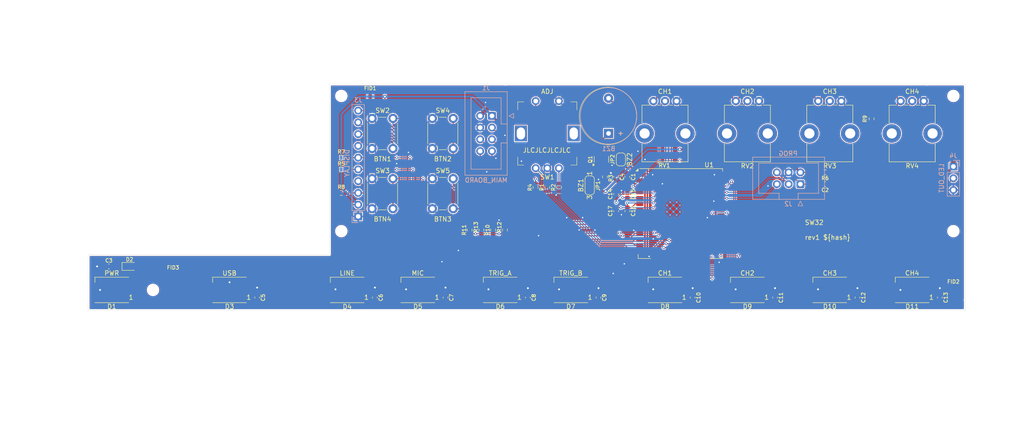
<source format=kicad_pcb>
(kicad_pcb (version 20240108) (generator "pcbnew") (generator_version "8.0")
  (title_block (title "SW32 - Front Control Board") (date "2024-06-07") (rev "1") (company "saawsm"))
  (layers (0 "F.Cu" signal) (31 "B.Cu" signal) (34 "B.Paste" user) (35 "F.Paste" user) (36 "B.SilkS" user "B.Silkscreen") (37 "F.SilkS" user "F.Silkscreen") (38 "B.Mask" user) (39 "F.Mask" user) (44 "Edge.Cuts" user))
  (net 0 "")
  (net 1 "Net-(BZ1--)")
  (net 2 "Net-(BZ1-+)")
  (net 3 "GND")
  (net 4 "+3.3V")
  (net 5 "/EN")
  (net 6 "Net-(D1-VDD)")
  (net 7 "+5V")
  (net 8 "/CH1")
  (net 9 "/CH2")
  (net 10 "/CH3")
  (net 11 "/CH4")
  (net 12 "/LED_DATA")
  (net 13 "Net-(D1-DOUT)")
  (net 14 "Net-(D3-DOUT)")
  (net 15 "Net-(D4-DOUT)")
  (net 16 "Net-(D5-DOUT)")
  (net 17 "Net-(D6-DOUT)")
  (net 18 "Net-(D7-DOUT)")
  (net 19 "Net-(D8-DOUT)")
  (net 20 "Net-(D10-DIN)")
  (net 21 "Net-(D10-DOUT)")
  (net 22 "/RXD0")
  (net 23 "/DOUT")
  (net 24 "/WS")
  (net 25 "/TXD0")
  (net 26 "/BCLK")
  (net 27 "/~{LCD_RST{slash}IO0}")
  (net 28 "/LCD_LITE")
  (net 29 "/SCK")
  (net 30 "/MOSI")
  (net 31 "/~{LCD_CS}")
  (net 32 "/LCD_DC")
  (net 33 "/~{CARD_CS}")
  (net 34 "/MISO")
  (net 35 "/BUZZER")
  (net 36 "/~{ENC_A}")
  (net 37 "/~{ENC_B}")
  (net 38 "/~{ENC_SW}")
  (net 39 "VPOT")
  (net 40 "/~{BTN1}")
  (net 41 "/~{BTN4}")
  (net 42 "/~{BTN2}")
  (net 43 "/~{BTN3}")
  (net 51 "Net-(D11-DOUT)")
  (footprint "Capacitor_SMD:C_0603_1608Metric" (layer "F.Cu") (at 62.865 120.65 180)
    (property "Reference" "C3")
    (property "Value" "100nF")
  )
  (footprint "Fiducial:Fiducial_1mm_Mask2mm" (layer "F.Cu") (at 76.708 122.682)
    (property "Reference" "FID3")
    (property "Value" "Fiducial")
  )
  (footprint "Capacitor_SMD:C_0603_1608Metric" (layer "F.Cu") (at 224.409 127.381 90)
    (property "Reference" "C12")
    (property "Value" "100nF")
  )
  (footprint "LED_SMD:LED_WS2812B_PLCC4_5.0x5.0mm_P3.2mm" (layer "F.Cu") (at 88.9 125.73 180)
    (property "Reference" "D3")
    (property "Value" "USB")
  )
  (footprint "Potentiometer_THT:Potentiometer_Bourns_PTV09A-1_Single_Vertical" (layer "F.Cu") (at 233.72 84.925 -90)
    (property "Reference" "RV4")
    (property "Value" "CH4")
  )
  (footprint "Resistor_SMD:R_0603_1608Metric" (layer "F.Cu") (at 148.336 112.776 90)
    (property "Reference" "R12")
    (property "Value" "10k")
  )
  (footprint "Capacitor_SMD:C_0603_1608Metric" (layer "F.Cu") (at 188.849 127.381 90)
    (property "Reference" "C10")
    (property "Value" "100nF")
  )
  (footprint "Resistor_SMD:R_0603_1608Metric" (layer "F.Cu") (at 227.457 88.773 90)
    (property "Reference" "R9")
    (property "Value" "1k")
  )
  (footprint "LED_SMD:LED_WS2812B_PLCC4_5.0x5.0mm_P3.2mm" (layer "F.Cu") (at 236.22 125.73 180)
    (property "Reference" "D11")
    (property "Value" "CH4")
  )
  (footprint "SaawLib:Rotary_Encoder_Switched_PEC11R" (layer "F.Cu") (at 157.48 91.925)
    (property "Reference" "SW1")
    (property "Value" "PEC11R-4215K-S00xx")
  )
  (footprint "MountingHole:MountingHole_2.2mm_M2" (layer "F.Cu") (at 245.11 113.03)
    (property "Reference" "H3")
    (property "Value" "MountingHole")
  )
  (footprint "MountingHole:MountingHole_2.2mm_M2" (layer "F.Cu") (at 113.03 83.82)
    (property "Reference" "H1")
    (property "Value" "MountingHole")
  )
  (footprint "Resistor_SMD:R_0603_1608Metric" (layer "F.Cu") (at 160.02 103.569 90)
    (property "Reference" "R2")
    (property "Value" "10k")
  )
  (footprint "MountingHole:MountingHole_2.2mm_M2" (layer "F.Cu") (at 245.11 83.82)
    (property "Reference" "H2")
    (property "Value" "MountingHole")
  )
  (footprint "Capacitor_SMD:C_0603_1608Metric" (layer "F.Cu") (at 172.339 105.042 90)
    (property "Reference" "C14")
    (property "Value" "100nF")
  )
  (footprint "Capacitor_SMD:C_0603_1608Metric" (layer "F.Cu") (at 174.752 105.029 90)
    (property "Reference" "C15")
    (property "Value" "100nF")
  )
  (footprint "Diode_SMD:D_SOD-323" (layer "F.Cu") (at 67.31 120.65)
    (property "Reference" "D2")
    (property "Value" "30V")
  )
  (footprint "Potentiometer_THT:Potentiometer_Bourns_PTV09A-1_Single_Vertical" (layer "F.Cu") (at 215.94 84.925 -90)
    (property "Reference" "RV3")
    (property "Value" "CH3")
  )
  (footprint "Capacitor_SMD:C_0603_1608Metric" (layer "F.Cu") (at 174.752 101.305 90)
    (property "Reference" "C1")
    (property "Value" "100nF")
  )
  (footprint "Resistor_SMD:R_0603_1608Metric" (layer "F.Cu") (at 154.94 103.569 90)
    (property "Reference" "R4")
    (property "Value" "10k")
  )
  (footprint "LED_SMD:LED_WS2812B_PLCC4_5.0x5.0mm_P3.2mm" (layer "F.Cu") (at 147.32 125.73 180)
    (property "Reference" "D6")
    (property "Value" "TRIG_A")
  )
  (footprint "Jumper:SolderJumper-3_P1.3mm_Bridged12_RoundedPad1.0x1.5mm_NumberLabels" (layer "F.Cu") (at 166.624 103.124 -90)
    (property "Reference" "JP1")
    (property "Value" "BZ1")
  )
  (footprint "Potentiometer_THT:Potentiometer_Bourns_PTV09A-1_Single_Vertical" (layer "F.Cu") (at 180.38 84.925 -90)
    (property "Reference" "RV1")
    (property "Value" "CH1")
  )
  (footprint "Fiducial:Fiducial_1mm_Mask2mm" (layer "F.Cu") (at 119.253 83.947)
    (property "Reference" "FID1")
    (property "Value" "Fiducial")
  )
  (footprint "LED_SMD:LED_WS2812B_PLCC4_5.0x5.0mm_P3.2mm" (layer "F.Cu") (at 162.56 125.73 180)
    (property "Reference" "D7")
    (property "Value" "TRIG_B")
  )
  (footprint "Button_Switch_THT:SW_PUSH_6mm_H5mm" (layer "F.Cu") (at 132.67 95.175 90)
    (property "Reference" "SW4")
    (property "Value" "BTN2")
  )
  (footprint "LED_SMD:LED_WS2812B_PLCC4_5.0x5.0mm_P3.2mm" (layer "F.Cu") (at 114.3 125.73 180)
    (property "Reference" "D4")
    (property "Value" "LINE")
  )
  (footprint "Capacitor_SMD:C_0603_1608Metric" (layer "F.Cu") (at 153.289 127.381 90)
    (property "Reference" "C8")
    (property "Value" "100nF")
  )
  (footprint "Button_Switch_THT:SW_PUSH_6mm_H5mm" (layer "F.Cu") (at 132.67 108.175 90)
    (property "Reference" "SW5")
    (property "Value" "BTN3")
  )
  (footprint "Resistor_SMD:R_0603_1608Metric" (layer "F.Cu") (at 217.424 100.33)
    (property "Reference" "R6")
    (property "Value" "10k")
  )
  (footprint "Button_Switch_THT:SW_PUSH_6mm_H5mm" (layer "F.Cu") (at 119.67 108.175 90)
    (property "Reference" "SW3")
    (property "Value" "BTN4")
  )
  (footprint "MountingHole:MountingHole_2.2mm_M2" (layer "F.Cu") (at 72.39 125.73)
    (property "Reference" "H5")
    (property "Value" "MountingHole")
  )
  (footprint "Resistor_SMD:R_0603_1608Metric" (layer "F.Cu") (at 157.48 103.569 90)
    (property "Reference" "R1")
    (property "Value" "10k")
  )
  (footprint "Resistor_SMD:R_0603_1608Metric" (layer "F.Cu") (at 145.796 112.776 90)
    (property "Reference" "R10")
    (property "Value" "10k")
  )
  (footprint "Capacitor_SMD:C_0603_1608Metric" (layer "F.Cu") (at 242.189 127.381 90)
    (property "Reference" "C13")
    (property "Value" "100nF")
  )
  (footprint "Resistor_SMD:R_0603_1608Metric" (layer "F.Cu") (at 169.926 101.305 90)
    (property "Reference" "R3")
    (property "Value" "10k")
  )
  (footprint "Resistor_SMD:R_0603_1608Metric" (layer "F.Cu") (at 143.256 112.776 90)
    (property "Reference" "R13")
    (property "Value" "10k")
  )
  (footprint "LED_SMD:LED_WS2812B_PLCC4_5.0x5.0mm_P3.2mm" (layer "F.Cu") (at 200.66 125.73 180)
    (property "Reference" "D9")
    (property "Value" "CH2")
  )
  (footprint "LED_SMD:LED_WS2812B_PLCC4_5.0x5.0mm_P3.2mm" (layer "F.Cu") (at 218.44 125.73 180)
    (property "Reference" "D10")
    (property "Value" "CH3")
  )
  (footprint "Resistor_SMD:R_0603_1608Metric" (layer "F.Cu") (at 113.03 104.775)
    (property "Reference" "R8")
    (property "Value" "10k")
  )
  (footprint "Jumper:SolderJumper-2_P1.3mm_Bridged_RoundedPad1.0x1.5mm" (layer "F.Cu") (at 173.355 97.536 90)
    (property "Reference" "JP2")
    (property "Value" "BZ2")
  )
  (footprint "Capacitor_SMD:C_0603_1608Metric" (layer "F.Cu") (at 217.424 102.87)
    (property "Reference" "C2")
    (property "Value" "100nF")
  )
  (footprint "LED_SMD:LED_WS2812B_PLCC4_5.0x5.0mm_P3.2mm" (layer "F.Cu") (at 129.54 125.73 180)
    (property "Reference" "D5")
    (property "Value" "MIC")
  )
  (footprint "Capacitor_SMD:C_0603_1608Metric" (layer "F.Cu") (at 94.869 127.381 90)
    (property "Reference" "C5")
    (property "Value" "100nF")
  )
  (footprint "MountingHole:MountingHole_2.2mm_M2" (layer "F.Cu") (at 113.03 113.03)
    (property "Reference" "H4")
    (property "Value" "MountingHole")
  )
  (footprint "Resistor_SMD:R_0603_1608Metric" (layer "F.Cu") (at 140.716 112.776 90)
    (property "Reference" "R11")
    (property "Value" "10k")
  )
  (footprint "RF_Module:ESP32-WROOM-32UE" (layer "F.Cu") (at 186.195 109.22)
    (property "Reference" "U1")
    (property "Value" "ESP32-WROOM-32UE")
  )
  (footprint "Capacitor_SMD:C_0603_1608Metric" (layer "F.Cu") (at 168.529 127.381 90)
    (property "Reference" "C9")
    (property "Value" "100nF")
  )
  (footprint "Capacitor_SMD:C_0603_1608Metric" (layer "F.Cu") (at 206.629 127.381 90)
    (property "Reference" "C11")
    (property "Value" "100nF")
  )
  (footprint "Fiducial:Fiducial_1mm_Mask2mm" (layer "F.Cu") (at 245.11 125.73)
    (property "Reference" "FID2")
    (property "Value" "Fiducial")
  )
  (footprint "Resistor_SMD:R_0603_1608Metric" (layer "F.Cu") (at 113.03 99.695)
    (property "Reference" "R5")
    (property "Value" "10k")
  )
  (footprint "Potentiometer_THT:Potentiometer_Bourns_PTV09A-1_Single_Vertical" (layer "F.Cu") (at 198.16 84.925 -90)
    (property "Reference" "RV2")
    (property "Value" "CH2")
  )
  (footprint "Resistor_SMD:R_0603_1608Metric" (layer "F.Cu") (at 113.03 97.155)
    (property "Reference" "R7")
    (property "Value" "10k")
  )
  (footprint "Button_Switch_THT:SW_PUSH_6mm_H5mm" (layer "F.Cu") (at 119.67 95.175 90)
    (property "Reference" "SW2")
    (property "Value" "BTN1")
  )
  (footprint "Package_TO_SOT_SMD:SOT-23" (layer "F.Cu") (at 169.164 97.536 90)
    (property "Reference" "Q1")
    (property "Value" "AO3400A")
  )
  (footprint "LED_SMD:LED_WS2812B_PLCC4_5.0x5.0mm_P3.2mm" (layer "F.Cu") (at 182.88 125.73 180)
    (property "Reference" "D8")
    (property "Value" "CH1")
  )
  (footprint "Capacitor_SMD:C_0603_1608Metric" (layer "F.Cu") (at 172.339 108.712 -90)
    (property "Reference" "C17")
    (property "Value" "100nF")
  )
  (footprint "Capacitor_SMD:C_0603_1608Metric" (layer "F.Cu") (at 172.339 101.305 90)
    (property "Reference" "C4")
    (property "Value" "10uF")
  )
  (footprint "Capacitor_SMD:C_0603_1608Metric" (layer "F.Cu") (at 120.269 127.381 90)
    (property "Reference" "C6")
    (property "Value" "100nF")
  )
  (footprint "LED_SMD:LED_WS2812B_PLCC4_5.0x5.0mm_P3.2mm" (layer "F.Cu") (at 63.5 125.73 180)
    (property "Reference" "D1")
    (property "Value" "PWR")
  )
  (footprint "Capacitor_SMD:C_0603_1608Metric" (layer "F.Cu") (at 135.509 127.381 90)
    (property "Reference" "C7")
    (property "Value" "100nF")
  )
  (footprint "Capacitor_SMD:C_0603_1608Metric" (layer "F.Cu") (at 174.752 108.712 -90)
    (property "Reference" "C16")
    (property "Value" "100nF")
  )
  (footprint "Buzzer_Beeper:Buzzer_12x9.5RM7.6" (layer "B.Cu") (at 170.695013 91.915 90)
    (property "Reference" "BZ1")
    (property "Value" "Buzzer")
  )
  (footprint "Connector_IDC:IDC-Header_2x04_P2.54mm_Vertical" (layer "B.Cu") (at 145.5325 88.115 180)
    (property "Reference" "J1")
    (property "Value" "MAIN_BOARD")
  )
  (footprint "Connector_IDC:IDC-Header_2x03_P2.54mm_Vertical" (layer "B.Cu") (at 212.095 102.87 90)
    (property "Reference" "J2")
    (property "Value" "PROG")
  )
  (footprint "Connector_PinHeader_2.54mm:PinHeader_1x10_P2.54mm_Vertical" (layer "B.Cu") (at 116.663797 109.84764)
    (property "Reference" "J3")
    (property "Value" "DISPLAY")
  )
  (footprint "Connector_PinHeader_2.54mm:PinHeader_1x03_P2.54mm_Vertical" (layer "B.Cu") (at 245.11 99.06 180)
    (property "Reference" "J4")
    (property "Value" "LED_OUT")
  )
  (gr_line (start 173.314447 92.310238) (end 173.314447 91.55859) (stroke (width 0.15)) (layer "F.SilkS"))
  (gr_line (start 173.710285 91.927742) (end 172.914161 91.927742) (stroke (width 0.15)) (layer "F.SilkS"))
  (gr_circle (center 170.561 88.138) (end 175.006 83.82) (stroke (width 0.1)) (fill none) (layer "F.SilkS"))
  (gr_line (start 247.65 130.175) (end 58.42 130.175) (stroke (width 0.05)) (layer "Edge.Cuts"))
  (gr_line (start 110.49 81.28) (end 247.65 81.28) (stroke (width 0.05)) (layer "Edge.Cuts"))
  (gr_line (start 58.42 130.175) (end 58.42 118.11) (stroke (width 0.05)) (layer "Edge.Cuts"))
  (gr_line (start 110.49 118.11) (end 110.49 81.28) (stroke (width 0.05)) (layer "Edge.Cuts"))
  (gr_line (start 247.65 81.28) (end 247.65 130.175) (stroke (width 0.05)) (layer "Edge.Cuts"))
  (gr_line (start 58.42 118.11) (end 110.49 118.11) (stroke (width 0.05)) (layer "Edge.Cuts"))
  (gr_text "JLCJLCJLCJLC" (at 152.146 96.139 0) (layer "F.SilkS") (effects (font (size 1 1) (thickness 0.15) (bold yes)) (justify left bottom)))
  (gr_text "SW32\n${PROJECTNAME} \nrev${REVISION} ${hash}" (at 212.979 112.776 0) (layer "F.SilkS") (effects (font (size 1 1) (thickness 0.15) (bold yes)) (justify left)))
  (segment (start 173.355 86.974987) (end 173.355 96.886) (width 0.3) (layer "F.Cu") (net 1))
  (segment (start 171.19306 96.5985) (end 169.164 96.5985) (width 0.3) (layer "F.Cu") (net 1))
  (segment (start 171.207775 96.583785) (end 171.19306 96.5985) (width 0.3) (layer "F.Cu") (net 1))
  (segment (start 170.695013 84.315) (end 173.355 86.974987) (width 0.3) (layer "F.Cu") (net 1))
  (segment (start 173.355 96.886) (end 171.50999 96.886) (width 0.3) (layer "F.Cu") (net 1))
  (segment (start 171.50999 96.886) (end 171.207775 96.583785) (width 0.3) (layer "F.Cu") (net 1))
  (segment (start 164.719 102.362) (end 164.719 97.891013) (width 0.3) (layer "F.Cu") (net 2))
  (segment (start 166.624 103.124) (end 165.481 103.124) (width 0.3) (layer "F.Cu") (net 2))
  (segment (start 164.719 97.891013) (end 170.695013 91.915) (width 0.3) (layer "F.Cu") (net 2))
  (segment (start 165.481 103.124) (end 164.719 102.362) (width 0.3) (layer "F.Cu") (net 2))
  (segment (start 175.892261 100.527516) (end 175.889777 100.53) (width 0.5) (layer "F.Cu") (net 3))
  (segment (start 176.174745 100.81) (end 175.892261 100.527516) (width 0.5) (layer "F.Cu") (net 3))
  (segment (start 175.889777 100.53) (end 172.339 100.53) (width 0.5) (layer "F.Cu") (net 3))
  (segment (start 177.445 100.81) (end 176.174745 100.81) (width 0.5) (layer "F.Cu") (net 3))
  (via (at 60.325 120.65) (size 0.8) (drill 0.4) (layers "F.Cu" "B.Cu") (net 3))
  (via (at 120.269 125.222) (size 0.8) (drill 0.4) (layers "F.Cu" "B.Cu") (net 3))
  (via (at 194.564 119.761) (size 0.6) (drill 0.3) (layers "F.Cu" "B.Cu") (net 3))
  (via (at 60.96 125.73) (size 0.8) (drill 0.4) (layers "F.Cu" "B.Cu") (net 3))
  (via (at 179.451 118.491) (size 0.6) (drill 0.3) (layers "F.Cu" "B.Cu") (net 3))
  (via (at 174.09349 120.087301) (size 0.6) (drill 0.3) (layers "F.Cu" "B.Cu") (net 3))
  (via (at 188.849 125.349) (size 0.8) (drill 0.4) (layers "F.Cu" "B.Cu") (net 3))
  (via (at 127.508 96.012) (size 0.6) (drill 0.3) (layers "F.Cu" "B.Cu") (net 3))
  (via (at 206.629 125.349) (size 0.8) (drill 0.4) (layers "F.Cu" "B.Cu") (net 3))
  (via (at 180.213 100.838) (size 0.6) (drill 0.3) (layers "F.Cu" "B.Cu") (net 3))
  (via (at 151.892 97.917) (size 0.6) (drill 0.3) (layers "F.Cu" "B.Cu") (net 3))
  (via (at 192.024 110.109) (size 0.6) (drill 0.3) (layers "F.Cu" "B.Cu") (net 3))
  (via (at 144.78 125.603) (size 0.8) (drill 0.4) (layers "F.Cu" "B.Cu") (net 3))
  (via (at 135.509 125.222) (size 0.8) (drill 0.4) (layers "F.Cu" "B.Cu") (net 3))
  (via (at 147.066 110.617) (size 0.6) (drill 0.3) (layers "F.Cu" "B.Cu") (net 3))
  (via (at 167.767 112.776) (size 0.6) (drill 0.3) (layers "F.Cu" "B.Cu") (net 3))
  (via (at 144.399 100.203) (size 0.6) (drill 0.3) (layers "F.Cu" "B.Cu") (net 3))
  (via (at 215.9 125.603) (size 0.8) (drill 0.4) (layers "F.Cu" "B.Cu") (net 3))
  (via (at 180.34 125.603) (size 0.8) (drill 0.4) (layers "F.Cu" "B.Cu") (net 3))
  (via (at 176.132648 112.849065) (size 0.6) (drill 0.3) (layers "F.Cu" "B.Cu") (net 3))
  (via (at 124.968 98.425) (size 0.6) (drill 0.3) (layers "F.Cu" "B.Cu") (net 3))
  (via (at 148.336 92.329) (size 0.6) (drill 0.3) (layers "F.Cu" "B.Cu") (net 3))
  (via (at 168.529 125.349) (size 0.8) (drill 0.4) (layers "F.Cu" "B.Cu") (net 3))
  (via (at 165.1 110.109) (size 0.6) (drill 0.3) (layers "F.Cu" "B.Cu") (net 3))
  (via (at 111.76 125.603) (size 0.8) (drill 0.4) (layers "F.Cu" "B.Cu") (net 3))
  (via (at 88.9 124.079) (size 0.8) (drill 0.4) (layers "F.Cu" "B.Cu") (net 3))
  (via (at 193.421 106.553) (size 0.6) (drill 0.3) (layers "F.Cu" "B.Cu") (net 3))
  (via (at 180.34 114.681) (size 0.6) (drill 0.3) (layers "F.Cu" "B.Cu") (net 3))
  (via (at 173.482 109.474) (size 0.6) (drill 0.3) (layers "F.Cu" "B.Cu") (net 3))
  (via (at 171.196 100.46012) (size 0.8) (drill 0.4) (layers "F.Cu" "B.Cu") (net 3))
  (via (at 224.409 125.349) (size 0.8) (drill 0.4) (layers "F.Cu" "B.Cu") (net 3))
  (via (at 177.038 95.758) (size 0.6) (drill 0.3) (layers "F.Cu" "B.Cu") (net 3))
  (via (at 161.671 110.109) (size 0.6) (drill 0.3) (layers "F.Cu" "B.Cu") (net 3))
  (via (at 242.189 125.349) (size 0.8) (drill 0.4) (layers "F.Cu" "B.Cu") (net 3))
  (via (at 94.869 125.222) (size 0.8) (drill 0.4) (layers "F.Cu" "B.Cu") (net 3))
  (via (at 164.338 112.776) (size 0.6) (drill 0.3) (layers "F.Cu" "B.Cu") (net 3))
  (via (at 138.289364 117.207364) (size 0.6) (drill 0.3) (layers "F.Cu" "B.Cu") (net 3))
  (via (at 182.320091 102.791968) (size 0.6) (drill 0.3) (layers "F.Cu" "B.Cu") (net 3))
  (via (at 171.704 122.174) (size 0.6) (drill 0.3) (layers "F.Cu" "B.Cu") (net 3))
  (via (at 146.390545 97.282) (size 0.6) (drill 0.3) (layers "F.Cu" "B.Cu") (net 3))
  (via (at 178.562 97.536) (size 0.6) (drill 0.3) (layers "F.Cu" "B.Cu") (net 3))
  (via (at 127 125.603) (size 0.8) (drill 0.4) (layers "F.Cu" "B.Cu") (net 3))
  (via (at 160.02 125.603) (size 0.8) (drill 0.4) (layers "F.Cu" "B.Cu") (net 3))
  (via (at 171.45 98.806) (size 0.6) (drill 0.3) (layers "F.Cu" "B.Cu") (net 3))
  (via (at 168.529 101.854) (size 0.6) (drill 0.3) (layers "F.Cu" "B.Cu") (net 3))
  (via (at 173.482 104.267) (size 0.6) (drill 0.3) (layers "F.Cu" "B.Cu") (net 3))
  (via (at 205.105 103.251) (size 0.6) (drill 0.3) (layers "F.Cu" "B.Cu") (net 3))
  (via (at 144.145 85.217) (size 0.6) (drill 0.3) (layers "F.Cu" "B.Cu") (net 3))
  (via (at 153.289 125.349) (size 0.8) (drill 0.4) (layers "F.Cu" "B.Cu") (net 3))
  (via (at 159.38 105.214538) (size 0.6) (drill 0.3) (layers "F.Cu" "B.Cu") (net 3))
  (via (at 155.59885 114.003042) (size 0.6) (drill 0.3) (layers "F.Cu" "B.Cu") (net 3))
  (via (at 233.68 125.73) (size 0.8) (drill 0.4) (layers "F.Cu" "B.Cu") (net 3))
  (via (at 134.747 119.634) (size 0.6) (drill 0.3) (layers "F.Cu" "B.Cu") (net 3))
  (via (at 193.548 100.838) (size 0.6) (drill 0.3) (layers "F.Cu" "B.Cu") (net 3))
  (via (at 198.12 125.603) (size 0.8) (drill 0.4) (layers "F.Cu" "B.Cu") (net 3))
  (segment (start 143.256 113.601) (end 142.049 113.601) (width 0.2) (layer "F.Cu") (net 4))
  (segment (start 145.732497 113.601) (end 145.796 113.601) (width 0.2) (layer "F.Cu") (net 4))
  (segment (start 112.205 97.155) (end 112.205 99.695) (width 0.2) (layer "F.Cu") (net 4))
  (segment (start 227.434 89.575) (end 212.944 89.575) (width 0.3) (layer "F.Cu") (net 4))
  (segment (start 169.995 104.424) (end 170.025 104.394) (width 0.5) (layer "F.Cu") (net 4))
  (segment (start 147.002 113.601) (end 145.796 113.601) (width 0.2) (layer "F.Cu") (net 4))
  (segment (start 212.944 89.575) (end 207.142 95.377) (width 0.3) (layer "F.Cu") (net 4))
  (segment (start 144.631 111.103) (end 144.631 112.499503) (width 0.2) (layer "F.Cu") (net 4))
  (segment (start 114.021553 107.30764) (end 112.205 105.491087) (width 0.2) (layer "F.Cu") (net 4))
  (segment (start 207.142 95.377) (end 212.095 100.33) (width 0.5) (layer "F.Cu") (net 4))
  (segment (start 116.663797 107.30764) (end 114.021553 107.30764) (width 0.2) (layer "F.Cu") (net 4))
  (segment (start 149.86 92.4425) (end 145.5325 88.115) (width 0.5) (layer "F.Cu") (net 4))
  (segment (start 149.86 100.233) (end 149.86 92.4425) (width 0.5) (layer "F.Cu") (net 4))
  (segment (start 144.631 112.499503) (end 145.732497 113.601) (width 0.2) (layer "F.Cu") (net 4))
  (segment (start 166.624 104.424) (end 154.051 104.424) (width 0.5) (layer "F.Cu") (net 4))
  (segment (start 154.051 104.424) (end 149.86 100.233) (width 0.5) (layer "F.Cu") (net 4))
  (segment (start 112.205 105.491087) (end 112.205 104.775) (width 0.2) (layer "F.Cu") (net 4))
  (segment (start 122.428 88.9) (end 144.631 111.103) (width 0.2) (layer "F.Cu") (net 4))
  (segment (start 170.053 104.394) (end 170.053 104.366) (width 0.5) (layer "F.Cu") (net 4))
  (segment (start 212.095 100.33) (end 216.599 100.33) (width 0.2) (layer "F.Cu") (net 4))
  (segment (start 141.923 113.601) (end 140.716 113.601) (width 0.2) (layer "F.Cu") (net 4))
  (segment (start 166.624 104.424) (end 169.995 104.424) (width 0.5) (layer "F.Cu") (net 4))
  (segment (start 170.053 104.366) (end 172.339 102.08) (width 0.5) (layer "F.Cu") (net 4))
  (segment (start 172.38 102.08) (end 177.445 102.08) (width 0.5) (layer "F.Cu") (net 4))
  (segment (start 122.428 83.947) (end 122.428 88.9) (width 0.2) (layer "F.Cu") (net 4))
  (segment (start 170.025 104.394) (end 170.053 104.394) (width 0.5) (layer "F.Cu") (net 4))
  (segment (start 112.205 104.775) (end 112.205 99.695) (width 0.2) (layer "F.Cu") (net 4))
  (segment (start 148.209 113.601) (end 147.13 113.601) (width 0.2) (layer "F.Cu") (net 4))
  (segment (start 186.055 95.377) (end 207.142 95.377) (width 0.5) (layer "F.Cu") (net 4))
  (via (at 186.055 95.377) (size 0.8) (drill 0.4) (layers "F.Cu" "B.Cu") (net 4))
  (via (at 122.428 83.947) (size 0.8) (drill 0.4) (layers "F.Cu" "B.Cu") (net 4))
  (via (at 141.986 113.601) (size 0.6) (drill 0.3) (layers "F.Cu" "B.Cu") (net 4))
  (via (at 147.066 113.601) (size 0.6) (drill 0.3) (layers "F.Cu" "B.Cu") (net 4))
  (via (at 170.053 104.394) (size 0.8) (drill 0.4) (layers "F.Cu" "B.Cu") (net 4))
  (segment (start 122.428 83.947) (end 141.3645 83.947) (width 0.5) (layer "B.Cu") (net 4))
  (segment (start 179.07 95.377) (end 170.053 104.394) (width 0.5) (layer "B.Cu") (net 4))
  (segment (start 116.84 83.947) (end 122.428 83.947) (width 0.5) (layer "B.Cu") (net 4))
  (segment (start 116.663797 107.30764) (end 113.03 103.673843) (width 0.5) (layer "B.Cu") (net 4))
  (segment (start 186.055 95.377) (end 179.07 95.377) (width 0.5) (layer "B.Cu") (net 4))
  (segment (start 113.03 103.673843) (end 113.03 87.757) (width 0.5) (layer "B.Cu") (net 4))
  (segment (start 141.986 113.601) (end 147.066 113.601) (width 0.2) (layer "B.Cu") (net 4))
  (segment (start 141.3645 83.947) (end 145.5325 88.115) (width 0.5) (layer "B.Cu") (net 4))
  (segment (start 113.03 87.757) (end 116.84 83.947) (width 0.5) (layer "B.Cu") (net 4))
  (segment (start 176.022 103.378) (end 177.417 103.378) (width 0.2) (layer "F.Cu") (net 5))
  (segment (start 218.249 100.33) (end 218.249 101.27) (width 0.2) (layer "F.Cu") (net 5))
  (segment (start 208.641346 97.79) (end 210.825 99.973654) (width 0.2) (layer "F.Cu") (net 5))
  (segment (start 210.825 99.973654) (end 210.825 101.6) (width 0.2) (layer "F.Cu") (net 5))
  (segment (start 186.055 97.79) (end 208.641346 97.79) (width 0.2) (layer "F.Cu") (net 5))
  (segment (start 216.649 102.87) (end 212.095 102.87) (width 0.2) (layer "F.Cu") (net 5))
  (segment (start 218.249 101.27) (end 216.649 102.87) (width 0.2) (layer "F.Cu") (net 5))
  (segment (start 177.417 103.378) (end 177.445 103.35) (width 0.2) (layer "F.Cu") (net 5))
  (segment (start 210.825 101.6) (end 212.095 102.87) (width 0.2) (layer "F.Cu") (net 5))
  (via (at 176.022 103.378) (size 0.6) (drill 0.3) (layers "F.Cu" "B.Cu") (net 5))
  (via (at 186.055 97.79) (size 0.6) (drill 0.3) (layers "F.Cu" "B.Cu") (net 5))
  (segment (start 186.055 97.79) (end 181.61 97.79) (width 0.2) (layer "B.Cu") (net 5))
  (segment (start 181.61 97.79) (end 176.022 103.378) (width 0.2) (layer "B.Cu") (net 5))
  (segment (start 63.64 125.362) (end 65.658 127.38) (width 0.5) (layer "F.Cu") (net 6))
  (segment (start 65.658 127.38) (end 65.95 127.38) (width 0.2) (layer "F.Cu") (net 6))
  (segment (start 63.64 120.65) (end 66.26 120.65) (width 0.5) (layer "F.Cu") (net 6))
  (segment (start 63.64 120.65) (end 63.64 125.362) (width 0.5) (layer "F.Cu") (net 6))
  (segment (start 205.853 127.38) (end 203.11 127.38) (width 0.3) (layer "F.Cu") (net 7))
  (segment (start 245.11 99.06) (end 236.22 107.95) (width 0.5) (layer "F.Cu") (net 7))
  (segment (start 142.9925 88.10457) (end 142.9925 88.115) (width 1) (layer "F.Cu") (net 7))
  (segment (start 224.409 128.156) (end 223.633 127.38) (width 0.3) (layer "F.Cu") (net 7))
  (segment (start 71.374 120.65) (end 76.454 125.73) (width 0.5) (layer "F.Cu") (net 7))
  (segment (start 188.073 127.38) (end 185.33 127.38) (width 0.3) (layer "F.Cu") (net 7))
  (segment (start 152.513 127.38) (end 149.77 127.38) (width 0.3) (layer "F.Cu") (net 7))
  (segment (start 206.629 128.156) (end 205.853 127.38) (width 0.3) (layer "F.Cu") (net 7))
  (segment (start 94.093 127.38) (end 91.35 127.38) (width 0.3) (layer "F.Cu") (net 7))
  (segment (start 168.529 128.156) (end 167.753 127.38) (width 0.3) (layer "F.Cu") (net 7))
  (segment (start 238.925 82.08) (end 149.01707 82.08) (width 1) (layer "F.Cu") (net 7))
  (segment (start 245.11 99.06) (end 245.11 88.265) (width 1) (layer "F.Cu") (net 7))
  (segment (start 167.753 127.38) (end 165.01 127.38) (width 0.3) (layer "F.Cu") (net 7))
  (segment (start 94.869 128.156) (end 94.093 127.38) (width 0.3) (layer "F.Cu") (net 7))
  (segment (start 188.849 128.156) (end 188.073 127.38) (width 0.3) (layer "F.Cu") (net 7))
  (segment (start 242.189 128.156) (end 241.413 127.38) (width 0.3) (layer "F.Cu") (net 7))
  (segment (start 153.289 128.156) (end 152.513 127.38) (width 0.3) (layer "F.Cu") (net 7))
  (segment (start 245.11 88.265) (end 238.925 82.08) (width 1) (layer "F.Cu") (net 7))
  (segment (start 68.36 120.65) (end 71.374 120.65) (width 0.5) (layer "F.Cu") (net 7))
  (segment (start 76.454 125.73) (end 87.757 125.73) (width 0.5) (layer "F.Cu") (net 7))
  (segment (start 120.269 128.156) (end 119.493 127.38) (width 0.3) (layer "F.Cu") (net 7))
  (segment (start 87.757 125.73) (end 89.27348 127.24648) (width 0.5) (layer "F.Cu") (net 7))
  (segment (start 149.01707 82.08) (end 142.9925 88.10457) (width 1) (layer "F.Cu") (net 7))
  (segment (start 119.493 127.38) (end 116.75 127.38) (width 0.3) (layer "F.Cu") (net 7))
  (segment (start 135.509 128.156) (end 134.733 127.38) (width 0.3) (layer "F.Cu") (net 7))
  (segment (start 223.633 127.38) (end 220.89 127.38) (width 0.3) (layer "F.Cu") (net 7))
  (segment (start 241.413 127.38) (end 238.67 127.38) (width 0.3) (layer "F.Cu") (net 7))
  (segment (start 236.22 107.95) (end 236.22 128.016) (width 0.5) (layer "F.Cu") (net 7))
  (segment (start 134.733 127.38) (end 131.99 127.38) (width 0.3) (layer "F.Cu") (net 7))
  (segment (start 89.27348 127.24648) (end 89.27348 128.27) (width 0.5) (layer "F.Cu") (net 7))
  (segment (start 172.339 106.807) (end 172.339 105.817) (width 0.2) (layer "F.Cu") (net 8))
  (segment (start 181.61 86.195) (end 182.88 84.925) (width 0.2) (layer "F.Cu") (net 8))
  (segment (start 175.455525 105.054) (end 175.889525 104.62) (width 0.2) (layer "F.Cu") (net 8))
  (segment (start 180.34 104.775) (end 181.61 103.505) (width 0.2) (layer "F.Cu") (net 8))
  (segment (start 173.102 105.054) (end 175.455525 105.054) (width 0.2) (layer "F.Cu") (net 8))
  (segment (start 172.339 105.817) (end 173.102 105.054) (width 0.2) (layer "F.Cu") (net 8))
  (segment (start 181.61 103.505) (end 181.61 86.195) (width 0.2) (layer "F.Cu") (net 8))
  (segment (start 175.889525 104.62) (end 177.445 104.62) (width 0.2) (layer "F.Cu") (net 8))
  (via (at 172.339 106.807) (size 0.6) (drill 0.3) (layers "F.Cu" "B.Cu") (net 8))
  (via (at 180.315256 104.775) (size 0.6) (drill 0.3) (layers "F.Cu" "B.Cu") (net 8))
  (segment (start 180.34 104.775) (end 180.315256 104.775) (width 0.2) (layer "B.Cu") (net 8))
  (segment (start 172.339 106.299) (end 172.339 106.807) (width 0.2) (layer "B.Cu") (net 8))
  (segment (start 173.863 104.775) (end 173.736 104.902) (width 0.2) (layer "B.Cu") (net 8))
  (segment (start 173.736 104.902) (end 172.339 106.299) (width 0.2) (layer "B.Cu") (net 8))
  (segment (start 180.315256 104.775) (end 173.863 104.775) (width 0.2) (layer "B.Cu") (net 8))
  (segment (start 183.007 103.099256) (end 183.007 89.527919) (width 0.2) (layer "F.Cu") (net 9))
  (segment (start 173.749 105.804) (end 174.752 105.804) (width 0.2) (layer "F.Cu") (net 9))
  (segment (start 198.463 87.122) (end 200.66 84.925) (width 0.2) (layer "F.Cu") (net 9))
  (segment (start 177.359 105.804) (end 177.445 105.89) (width 0.2) (layer "F.Cu") (net 9))
  (segment (start 173.736 105.791) (end 173.749 105.804) (width 0.2) (layer "F.Cu") (net 9))
  (segment (start 183.007 89.527919) (end 185.412919 87.122) (width 0.2) (layer "F.Cu") (net 9))
  (segment (start 185.412919 87.122) (end 198.463 87.122) (width 0.2) (layer "F.Cu") (net 9))
  (segment (start 174.752 105.804) (end 177.359 105.804) (width 0.2) (layer "F.Cu") (net 9))
  (segment (start 180.315256 105.791) (end 183.007 103.099256) (width 0.2) (layer "F.Cu") (net 9))
  (via (at 173.736 105.791) (size 0.6) (drill 0.3) (layers "F.Cu" "B.Cu") (net 9))
  (via (at 180.315256 105.791) (size 0.6) (drill 0.3) (layers "F.Cu" "B.Cu") (net 9))
  (segment (start 180.315256 105.791) (end 173.736 105.791) (width 0.2) (layer "B.Cu") (net 9))
  (segment (start 183.642 89.789) (end 185.674 87.757) (width 0.2) (layer "F.Cu") (net 10))
  (segment (start 174.752 106.934) (end 174.752 107.937) (width 0.2) (layer "F.Cu") (net 10))
  (segment (start 180.34 106.934) (end 183.642 103.632) (width 0.2) (layer "F.Cu") (net 10))
  (segment (start 175.654 107.937) (end 176.431 107.16) (width 0.2) (layer "F.Cu") (net 10))
  (segment (start 174.752 107.937) (end 175.654 107.937) (width 0.2) (layer "F.Cu") (net 10))
  (segment (start 176.431 107.16) (end 177.445 107.16) (width 0.2) (layer "F.Cu") (net 10))
  (segment (start 185.674 87.757) (end 215.608 87.757) (width 0.2) (layer "F.Cu") (net 10))
  (segment (start 215.608 87.757) (end 218.44 84.925) (width 0.2) (layer "F.Cu") (net 10))
  (segment (start 183.642 103.632) (end 183.642 89.789) (width 0.2) (layer "F.Cu") (net 10))
  (via (at 180.34 106.934) (size 0.6) (drill 0.3) (layers "F.Cu" "B.Cu") (net 10))
  (via (at 174.752 106.934) (size 0.6) (drill 0.3) (layers "F.Cu" "B.Cu") (net 10))
  (segment (start 180.34 106.934) (end 174.752 106.934) (width 0.2) (layer "B.Cu") (net 10))
  (segment (start 232.372 88.773) (end 236.22 84.925) (width 0.2) (layer "F.Cu") (net 11))
  (segment (start 226.441 88.392) (end 226.822 88.773) (width 0.2) (layer "F.Cu") (net 11))
  (segment (start 184.277 90.043) (end 185.928 88.392) (width 0.2) (layer "F.Cu") (net 11))
  (segment (start 185.928 88.392) (end 226.441 88.392) (width 0.2) (layer "F.Cu") (net 11))
  (segment (start 173.355 107.937) (end 172.339 107.937) (width 0.2) (layer "F.Cu") (net 11))
  (segment (start 172.339 107.937) (end 173.089 108.687) (width 0.2) (layer "F.Cu") (net 11))
  (segment (start 184.277 104.013) (end 184.277 90.043) (width 0.2) (layer "F.Cu") (net 11))
  (segment (start 173.089 108.687) (end 175.92 108.687) (width 0.2) (layer "F.Cu") (net 11))
  (segment (start 226.822 88.773) (end 232.372 88.773) (width 0.2) (layer "F.Cu") (net 11))
  (segment (start 180.34 107.95) (end 184.277 104.013) (width 0.2) (layer "F.Cu") (net 11))
  (segment (start 176.177 108.43) (end 177.445 108.43) (width 0.2) (layer "F.Cu") (net 11))
  (segment (start 175.92 108.687) (end 176.177 108.43) (width 0.2) (layer "F.Cu") (net 11))
  (via (at 180.34 107.95) (size 0.6) (drill 0.3) (layers "F.Cu" "B.Cu") (net 11))
  (via (at 173.355 107.937) (size 0.6) (drill 0.3) (layers "F.Cu" "B.Cu") (net 11))
  (segment (start 175.273 107.937) (end 173.355 107.937) (width 0.2) (layer "B.Cu") (net 11))
  (segment (start 175.286 107.95) (end 175.273 107.937) (width 0.2) (layer "B.Cu") (net 11))
  (segment (start 180.34 107.95) (end 175.286 107.95) (width 0.2) (layer "B.Cu") (net 11))
  (segment (start 63.466152 119.507) (end 62.865 120.108152) (width 0.2) (layer "F.Cu") (net 12))
  (segment (start 193.04 123.19) (end 171.704 123.19) (width 0.2) (layer "F.Cu") (net 12))
  (segment (start 62.865 120.108152) (end 62.865 125.857) (width 0.2) (layer "F.Cu") (net 12))
  (segment (start 123.825 122.047) (end 121.285 119.507) (width 0.2) (layer "F.Cu") (net 12))
  (segment (start 171.704 123.19) (end 170.561 122.047) (width 0.2) (layer "F.Cu") (net 12))
  (segment (start 62.865 125.857) (end 61.342 127.38) (width 0.2) (layer "F.Cu") (net 12))
  (segment (start 193.04 118.618) (end 191.958 118.618) (width 0.2) (layer "F.Cu") (net 12))
  (segment (start 121.285 119.507) (end 63.466152 119.507) (width 0.2) (layer "F.Cu") (net 12))
  (segment (start 170.561 122.047) (end 123.825 122.047) (width 0.2) (layer "F.Cu") (net 12))
  (via (at 193.04 123.19) (size 0.6) (drill 0.3) (layers "F.Cu" "B.Cu") (net 12))
  (via (at 193.04 118.618) (size 0.6) (drill 0.3) (layers "F.Cu" "B.Cu") (net 12))
  (segment (start 193.04 123.19) (end 193.04 118.618) (width 0.2) (layer "B.Cu") (net 12))
  (segment (start 71.31382 128.46382) (end 84.327623 128.46382) (width 0.2) (layer "F.Cu") (net 13))
  (segment (start 66.93 124.08) (end 71.31382 128.46382) (width 0.2) (layer "F.Cu") (net 13))
  (segment (start 65.95 124.08) (end 66.93 124.08) (width 0.2) (layer "F.Cu") (net 13))
  (segment (start 84.327623 128.46382) (end 85.411443 127.38) (width 0.2) (layer "F.Cu") (net 13))
  (segment (start 85.411443 127.38) (end 86.45 127.38) (width 0.2) (layer "F.Cu") (net 13))
  (segment (start 110.87 127.38) (end 111.85 127.38) (width 0.2) (layer "F.Cu") (net 14))
  (segment (start 107.57 124.08) (end 110.87 127.38) (width 0.2) (layer "F.Cu") (net 14))
  (segment (start 91.35 124.08) (end 107.57 124.08) (width 0.2) (layer "F.Cu") (net 14))
  (segment (start 122.81 124.08) (end 126.11 127.38) (width 0.2) (layer "F.Cu") (net 15))
  (segment (start 116.75 124.08) (end 122.81 124.08) (width 0.2) (layer "F.Cu") (net 15))
  (segment (start 126.11 127.38) (end 127.09 127.38) (width 0.2) (layer "F.Cu") (net 15))
  (segment (start 143.89 127.38) (end 144.87 127.38) (width 0.2) (layer "F.Cu") (net 16))
  (segment (start 140.59 124.08) (end 143.89 127.38) (width 0.2) (layer "F.Cu") (net 16))
  (segment (start 131.99 124.08) (end 140.59 124.08) (width 0.2) (layer "F.Cu") (net 16))
  (segment (start 149.77 124.08) (end 155.83 124.08) (width 0.2) (layer "F.Cu") (net 17))
  (segment (start 155.83 124.08) (end 159.13 127.38) (width 0.2) (layer "F.Cu") (net 17))
  (segment (start 159.13 127.38) (end 160.11 127.38) (width 0.2) (layer "F.Cu") (net 17))
  (segment (start 179.323 127.38) (end 180.43 127.38) (width 0.2) (layer "F.Cu") (net 18))
  (segment (start 165.01 124.08) (end 176.023 124.08) (width 0.2) (layer "F.Cu") (net 18))
  (segment (start 176.023 124.08) (end 179.323 127.38) (width 0.2) (layer "F.Cu") (net 18))
  (segment (start 185.33 124.08) (end 193.93 124.08) (width 0.2) (layer "F.Cu") (net 19))
  (segment (start 197.23 127.38) (end 198.21 127.38) (width 0.2) (layer "F.Cu") (net 19))
  (segment (start 193.93 124.08) (end 197.23 127.38) (width 0.2) (layer "F.Cu") (net 19))
  (segment (start 215.01 127.38) (end 215.99 127.38) (width 0.2) (layer "F.Cu") (net 20))
  (segment (start 211.71 124.08) (end 215.01 127.38) (width 0.2) (layer "F.Cu") (net 20))
  (segment (start 203.11 124.08) (end 211.71 124.08) (width 0.2) (layer "F.Cu") (net 20))
  (segment (start 220.89 124.08) (end 229.49 124.08) (width 0.2) (layer "F.Cu") (net 21))
  (segment (start 232.79 127.38) (end 233.77 127.38) (width 0.2) (layer "F.Cu") (net 21))
  (segment (start 229.49 124.08) (end 232.79 127.38) (width 0.2) (layer "F.Cu") (net 21))
  (segment (start 181.448 114.011) (end 183.753 111.706) (width 0.2) (layer "F.Cu") (net 22))
  (segment (start 142.9925 100.1935) (end 142.9925 95.735) (width 0.2) (layer "F.Cu") (net 22))
  (segment (start 156.848088 114.049088) (end 142.9925 100.1935) (width 0.2) (layer "F.Cu") (net 22))
  (segment (start 173.74086 114.049088) (end 156.848088 114.049088) (width 0.2) (layer "F.Cu") (net 22))
  (segment (start 196.187 105.918) (end 196.177 105.928) (width 0.2) (layer "F.Cu") (net 22))
  (segment (start 192.8775 105.89) (end 194.945 105.89) (width 0.2) (layer "F.Cu") (net 22))
  (segment (start 187.0615 111.706) (end 192.8775 105.89) (width 0.2) (layer "F.Cu") (net 22))
  (segment (start 183.753 111.706) (end 187.0615 111.706) (width 0.2) (layer "F.Cu") (net 22))
  (segment (start 194.983 105.928) (end 194.945 105.89) (width 0.2) (layer "F.Cu") (net 22))
  (segment (start 196.177 105.928) (end 194.983 105.928) (width 0.2) (layer "F.Cu") (net 22))
  (via (at 181.448 114.011) (size 0.6) (drill 0.3) (layers "F.Cu" "B.Cu") (net 22))
  (via (at 173.74086 114.049088) (size 0.6) (drill 0.3) (layers "F.Cu" "B.Cu") (net 22))
  (via (at 196.187 105.928) (size 0.6) (drill 0.3) (layers "F.Cu" "B.Cu") (net 22))
  (segment (start 196.215 105.918) (end 196.225 105.928) (width 0.2) (layer "B.Cu") (net 22))
  (segment (start 203.957 105.928) (end 207.015 102.87) (width 0.2) (layer "B.Cu") (net 22))
  (segment (start 173.74086 114.049088) (end 173.778948 114.011) (width 0.2) (layer "B.Cu") (net 22))
  (segment (start 173.778948 114.011) (end 181.448 114.011) (width 0.2) (layer "B.Cu") (net 22))
  (segment (start 196.225 105.928) (end 203.957 105.928) (width 0.2) (layer "B.Cu") (net 22))
  (segment (start 158.685063 110.933063) (end 175.327536 110.933063) (width 0.2) (layer "F.Cu") (net 23))
  (segment (start 145.5325 90.655) (end 148.463 93.5855) (width 0.2) (layer "F.Cu") (net 23))
  (segment (start 148.463 93.5855) (end 148.463 100.711) (width 0.2) (layer "F.Cu") (net 23))
  (segment (start 176.560599 109.7) (end 177.445 109.7) (width 0.2) (layer "F.Cu") (net 23))
  (segment (start 175.327536 110.933063) (end 176.560599 109.7) (width 0.2) (layer "F.Cu") (net 23))
  (segment (start 148.463 100.711) (end 158.685063 110.933063) (width 0.2) (layer "F.Cu") (net 23))
  (segment (start 147.193 101.219) (end 158.15 112.176) (width 0.2) (layer "F.Cu") (net 24))
  (segment (start 177.445 112.24) (end 177.439718 112.245282) (width 0.2) (layer "F.Cu") (net 24))
  (segment (start 142.9925 93.195) (end 144.2855 94.488) (width 0.2) (layer "F.Cu") (net 24))
  (segment (start 177.381 112.176) (end 177.445 112.24) (width 0.2) (layer "F.Cu") (net 24))
  (segment (start 158.15 112.176) (end 177.381 112.176) (width 0.2) (layer "F.Cu") (net 24))
  (segment (start 146.177 94.488) (end 147.193 95.504) (width 0.2) (layer "F.Cu") (net 24))
  (segment (start 147.193 95.504) (end 147.193 101.219) (width 0.2) (layer "F.Cu") (net 24))
  (segment (start 144.2855 94.488) (end 146.177 94.488) (width 0.2) (layer "F.Cu") (net 24))
  (segment (start 145.5325 101.8445) (end 145.5325 95.735) (width 0.2) (layer "F.Cu") (net 25))
  (segment (start 196.215 104.648) (end 194.973 104.648) (width 0.2) (layer "F.Cu") (net 25))
  (segment (start 181.229 113.411) (end 183.515 111.125) (width 0.2) (layer "F.Cu") (net 25))
  (segment (start 194.973 104.648) (end 194.945 104.62) (width 0.2) (layer "F.Cu") (net 25))
  (segment (start 173.101 113.449088) (end 157.137088 113.449088) (width 0.2) (layer "F.Cu") (net 25))
  (segment (start 183.515 111.125) (end 186.817 111.125) (width 0.2) (layer "F.Cu") (net 25))
  (segment (start 157.137088 113.449088) (end 145.5325 101.8445) (width 0.2) (layer "F.Cu") (net 25))
  (segment (start 180.594 113.411) (end 181.229 113.411) (width 0.2) (layer "F.Cu") (net 25))
  (segment (start 186.817 111.125) (end 193.322 104.62) (width 0.2) (layer "F.Cu") (net 25))
  (segment (start 193.322 104.62) (end 194.945 104.62) (width 0.2) (layer "F.Cu") (net 25))
  (via (at 196.215 104.638) (size 0.6) (drill 0.3) (layers "F.Cu" "B.Cu") (net 25))
  (via (at 180.594 113.411) (size 0.6) (drill 0.3) (layers "F.Cu" "B.Cu") (net 25))
  (via (at 173.101 113.449088) (size 0.6) (drill 0.3) (layers "F.Cu" "B.Cu") (net 25))
  (segment (start 208.285 101.6) (end 205.232 101.6) (width 0.2) (layer "B.Cu") (net 25))
  (segment (start 173.101 113.449088) (end 180.555912 113.449088) (width 0.2) (layer "B.Cu") (net 25))
  (segment (start 205.232 101.6) (end 202.184 104.648) (width 0.2) (layer "B.Cu") (net 25))
  (segment (start 209.555 102.87) (end 208.285 101.6) (width 0.2) (layer "B.Cu") (net 25))
  (segment (start 180.555912 113.449088) (end 180.594 113.411) (width 0.2) (layer "B.Cu") (net 25))
  (segment (start 202.184 104.648) (end 196.215 104.648) (width 0.2) (layer "B.Cu") (net 25))
  (segment (start 158.42378 111.56078) (end 175.951271 111.56078) (width 0.2) (layer "F.Cu") (net 26))
  (segment (start 176.542051 110.97) (end 177.445 110.97) (width 0.2) (layer "F.Cu") (net 26))
  (segment (start 145.5325 93.195) (end 147.828 95.4905) (width 0.2) (layer "F.Cu") (net 26))
  (segment (start 175.951271 111.56078) (end 176.542051 110.97) (width 0.2) (layer "F.Cu") (net 26))
  (segment (start 147.828 100.965) (end 158.42378 111.56078) (width 0.2) (layer "F.Cu") (net 26))
  (segment (start 147.828 95.4905) (end 147.828 100.965) (width 0.2) (layer "F.Cu") (net 26))
  (segment (start 171.645084 120.845084) (end 134.208278 120.845084) (width 0.2) (layer "F.Cu") (net 27))
  (segment (start 194.945 117.32) (end 194.945 118.364) (width 0.2) (layer "F.Cu") (net 27))
  (segment (start 198.72 118.364) (end 198.72 119.796) (width 0.2) (layer "F.Cu") (net 27))
  (segment (start 198.72 118.364) (end 210.82 106.264) (width 0.2) (layer "F.Cu") (net 27))
  (segment (start 113.855 104.775) (end 116.656437 104.775) (width 0.2) (layer "F.Cu") (net 27))
  (segment (start 134.208278 120.845084) (end 118.130834 104.76764) (width 0.2) (layer "F.Cu") (net 27))
  (segment (start 195.961 122.555) (end 173.355 122.555) (width 0.2) (layer "F.Cu") (net 27))
  (segment (start 198.72 119.796) (end 195.961 122.555) (width 0.2) (layer "F.Cu") (net 27))
  (segment (start 118.130834 104.76764) (end 116.663797 104.76764) (width 0.2) (layer "F.Cu") (net 27))
  (segment (start 210.058 101.6) (end 208.285 101.6) (width 0.2) (layer "F.Cu") (net 27))
  (segment (start 173.355 122.555) (end 171.645084 120.845084) (width 0.2) (layer "F.Cu") (net 27))
  (segment (start 210.82 102.362) (end 210.058 101.6) (width 0.2) (layer "F.Cu") (net 27))
  (segment (start 210.82 106.264) (end 210.82 102.362) (width 0.2) (layer "F.Cu") (net 27))
  (segment (start 208.285 101.6) (end 207.015 100.33) (width 0.2) (layer "F.Cu") (net 27))
  (via (at 198.72 118.364) (size 0.6) (drill 0.3) (layers "F.Cu" "B.Cu") (net 27))
  (via (at 194.945 118.364) (size 0.6) (drill 0.3) (layers "F.Cu" "B.Cu") (net 27))
  (segment (start 198.72 118.364) (end 194.945 118.364) (width 0.2) (layer "B.Cu") (net 27))
  (segment (start 129.5908 107.64006) (end 139.17174 117.221) (width 0.2) (layer "F.Cu") (net 28))
  (segment (start 139.17174 117.221) (end 173.355 117.221) (width 0.2) (layer "F.Cu") (net 28))
  (segment (start 173.355 117.221) (end 175.857 119.723) (width 0.2) (layer "F.Cu") (net 28))
  (segment (start 116.663797 86.98764) (end 119.821118 86.98764) (width 0.2) (layer "F.Cu") (net 28))
  (segment (start 129.5908 96.757322) (end 129.5908 107.64006) (width 0.2) (layer "F.Cu") (net 28))
  (segment (start 175.857 119.723) (end 181.547 119.723) (width 0.2) (layer "F.Cu") (net 28))
  (segment (start 181.547 119.723) (end 181.75 119.52) (width 0.2) (layer "F.Cu") (net 28))
  (segment (start 181.75 119.52) (end 181.75 118.57) (width 0.2) (layer "F.Cu") (net 28))
  (segment (start 119.821118 86.98764) (end 129.5908 96.757322) (width 0.2) (layer "F.Cu") (net 28))
  (segment (start 196.215 109.093) (end 197.32 110.198) (width 0.2) (layer "F.Cu") (net 29))
  (segment (start 193.901 110.97) (end 194.945 110.97) (width 0.2) (layer "F.Cu") (net 29))
  (segment (start 136.46677 119.645084) (end 126.365292 109.543606) (width 0.2) (layer "F.Cu") (net 29))
  (segment (start 123.467727 92.056) (end 116.675437 92.056) (width 0.2) (layer "F.Cu") (net 29))
  (segment (start 172.142142 119.645084) (end 136.46677 119.645084) (width 0.2) (layer "F.Cu") (net 29))
  (segment (start 195.394628 121.355) (end 173.852058 121.355) (width 0.2) (layer "F.Cu") (net 29))
  (segment (start 173.852058 121.355) (end 172.142142 119.645084) (width 0.2) (layer "F.Cu") (net 29))
  (segment (start 116.675437 92.056) (end 116.663797 92.06764) (width 0.2) (layer "F.Cu") (net 29))
  (segment (start 193.167 110.236) (end 193.901 110.97) (width 0.2) (layer "F.Cu") (net 29))
  (segment (start 126.365292 94.953565) (end 123.467727 92.056) (width 0.2) (layer "F.Cu") (net 29))
  (segment (start 193.167 109.093) (end 193.167 110.236) (width 0.2) (layer "F.Cu") (net 29))
  (segment (start 126.365292 109.543606) (end 126.365292 94.953565) (width 0.2) (layer "F.Cu") (net 29))
  (segment (start 197.32 110.198) (end 197.32 119.429628) (width 0.2) (layer "F.Cu") (net 29))
  (segment (start 197.32 119.429628) (end 195.394628 121.355) (width 0.2) (layer "F.Cu") (net 29))
  (via (at 193.167 109.093) (size 0.6) (drill 0.3) (layers "F.Cu" "B.Cu") (net 29))
  (via (at 196.215 109.093) (size 0.6) (drill 0.3) (layers "F.Cu" "B.Cu") (net 29))
  (segment (start 193.167 109.093) (end 196.215 109.093) (width 0.2) (layer "B.Cu") (net 29))
  (segment (start 123.302041 92.456) (end 125.965292 95.119251) (width 0.2) (layer "F.Cu") (net 30))
  (segment (start 116.663797 94.60764) (end 118.815437 92.456) (width 0.2) (layer "F.Cu") (net 30))
  (segment (start 125.965292 109.709292) (end 136.301084 120.045084) (width 0.2) (layer "F.Cu") (net 30))
  (segment (start 125.965292 95.119251) (end 125.965292 109.709292) (width 0.2) (layer "F.Cu") (net 30))
  (segment (start 118.815437 92.456) (end 123.302041 92.456) (width 0.2) (layer "F.Cu") (net 30))
  (segment (start 196.071125 102.08) (end 194.945 102.08) (width 0.2) (layer "F.Cu") (net 30))
  (segment (start 197.72 119.595314) (end 197.72 103.728875) (width 0.2) (layer "F.Cu") (net 30))
  (segment (start 173.686372 121.755) (end 195.560314 121.755) (width 0.2) (layer "F.Cu") (net 30))
  (segment (start 171.976456 120.045084) (end 173.686372 121.755) (width 0.2) (layer "F.Cu") (net 30))
  (segment (start 195.560314 121.755) (end 197.72 119.595314) (width 0.2) (layer "F.Cu") (net 30))
  (segment (start 136.301084 120.045084) (end 171.976456 120.045084) (width 0.2) (layer "F.Cu") (net 30))
  (segment (start 197.72 103.728875) (end 196.071125 102.08) (width 0.2) (layer "F.Cu") (net 30))
  (segment (start 173.161962 118.297962) (end 175.387 120.523) (width 0.2) (layer "F.Cu") (net 31))
  (segment (start 116.656437 97.155) (end 116.663797 97.14764) (width 0.2) (layer "F.Cu") (net 31))
  (segment (start 196.52 119.098256) (end 196.52 112.865) (width 0.2) (layer "F.Cu") (net 31))
  (segment (start 195.895 112.24) (end 194.945 112.24) (width 0.2) (layer "F.Cu") (net 31))
  (segment (start 127.8636 97.155) (end 127.8636 108.220763) (width 0.2) (layer "F.Cu") (net 31))
  (segment (start 196.52 112.865) (end 195.895 112.24) (width 0.2) (layer "F.Cu") (net 31))
  (segment (start 175.387 120.523) (end 195.095256 120.523) (width 0.2) (layer "F.Cu") (net 31))
  (segment (start 113.855 97.155) (end 116.656437 97.155) (width 0.2) (layer "F.Cu") (net 31))
  (segment (start 195.095256 120.523) (end 196.52 119.098256) (width 0.2) (layer "F.Cu") (net 31))
  (segment (start 127.8636 108.220763) (end 137.940799 118.297962) (width 0.2) (layer "F.Cu") (net 31))
  (segment (start 124.968 97.14764) (end 116.663797 97.14764) (width 0.2) (layer "F.Cu") (net 31))
  (segment (start 137.940799 118.297962) (end 173.161962 118.297962) (width 0.2) (layer "F.Cu") (net 31))
  (via (at 127.8636 97.155) (size 0.6) (drill 0.3) (layers "F.Cu" "B.Cu") (net 31))
  (via (at 124.968 97.14764) (size 0.6) (drill 0.3) (layers "F.Cu" "B.Cu") (net 31))
  (segment (start 124.97536 97.155) (end 127.8636 97.155) (width 0.2) (layer "B.Cu") (net 31))
  (segment (start 124.968 97.14764) (end 124.97536 97.155) (width 0.2) (layer "B.Cu") (net 31))
  (segment (start 198.12 119.761) (end 195.726 122.155) (width 0.2) (layer "F.Cu") (net 32))
  (segment (start 134.373964 120.445084) (end 118.999 105.07012) (width 0.2) (layer "F.Cu") (net 32))
  (segment (start 171.81077 120.445084) (end 134.373964 120.445084) (width 0.2) (layer "F.Cu") (net 32))
  (segment (start 198.12 103.1748) (end 198.12 119.761) (width 0.2) (layer "F.Cu") (net 32))
  (segment (start 194.945 103.35) (end 194.536 103.35) (width 0.2) (layer "F.Cu") (net 32))
  (segment (start 118.999 105.07012) (end 118.999 104.562843) (width 0.2) (layer "F.Cu") (net 32))
  (segment (start 196.243653 103.278657) (end 195.016343 103.278657) (width 0.2) (layer "F.Cu") (net 32))
  (segment (start 195.016343 103.278657) (end 194.945 103.35) (width 0.2) (layer "F.Cu") (net 32))
  (segment (start 173.520686 122.155) (end 171.81077 120.445084) (width 0.2) (layer "F.Cu") (net 32))
  (segment (start 197.2564 102.3112) (end 198.12 103.1748) (width 0.2) (layer "F.Cu") (net 32))
  (segment (start 118.999 104.562843) (end 116.663797 102.22764) (width 0.2) (layer "F.Cu") (net 32))
  (segment (start 195.726 122.155) (end 173.520686 122.155) (width 0.2) (layer "F.Cu") (net 32))
  (via (at 196.243653 103.278657) (size 0.6) (drill 0.3) (layers "F.Cu" "B.Cu") (net 32))
  (via (at 197.2564 102.3112) (size 0.6) (drill 0.3) (layers "F.Cu" "B.Cu") (net 32))
  (segment (start 196.288943 103.278657) (end 197.2564 102.3112) (width 0.2) (layer "B.Cu") (net 32))
  (segment (start 196.243653 103.278657) (end 196.288943 103.278657) (width 0.2) (layer "B.Cu") (net 32))
  (segment (start 175.552686 120.123) (end 190.037 120.123) (width 0.2) (layer "F.Cu") (net 33))
  (segment (start 173.327648 117.897962) (end 175.552686 120.123) (width 0.2) (layer "F.Cu") (net 33))
  (segment (start 124.968 99.68764) (end 116.663797 99.68764) (width 0.2) (layer "F.Cu") (net 33))
  (segment (start 190.64 119.52) (end 190.64 118.57) (width 0.2) (layer "F.Cu") (net 33))
  (segment (start 128.4636 108.230129) (end 128.47 108.236529) (width 0.2) (layer "F.Cu") (net 33))
  (segment (start 113.855 99.695) (end 116.656437 99.695) (width 0.2) (layer "F.Cu") (net 33))
  (segment (start 116.656437 99.695) (end 116.663797 99.68764) (width 0.2) (layer "F.Cu") (net 33))
  (segment (start 190.037 120.123) (end 190.64 119.52) (width 0.2) (layer "F.Cu") (net 33))
  (segment (start 138.131433 117.897962) (end 173.327648 117.897962) (width 0.2) (layer "F.Cu") (net 33))
  (segment (start 128.47 108.236529) (end 138.131433 117.897962) (width 0.2) (layer "F.Cu") (net 33))
  (segment (start 128.4636 99.695) (end 128.4636 108.230129) (width 0.2) (layer "F.Cu") (net 33))
  (via (at 124.968 99.68764) (size 0.6) (drill 0.3) (layers "F.Cu" "B.Cu") (net 33))
  (via (at 128.4636 99.695) (size 0.6) (drill 0.3) (layers "F.Cu" "B.Cu") (net 33))
  (segment (start 124.97536 99.695) (end 128.4636 99.695) (width 0.2) (layer "B.Cu") (net 33))
  (segment (start 124.968 99.68764) (end 124.97536 99.695) (width 0.2) (layer "B.Cu") (net 33))
  (segment (start 116.663797 89.52764) (end 118.703157 91.567) (width 0.2) (layer "F.Cu") (net 34))
  (segment (start 195.260942 120.923) (end 196.92 119.263942) (width 0.2) (layer "F.Cu") (net 34))
  (segment (start 196.92 119.263942) (end 196.92 110.725) (width 0.2) (layer "F.Cu") (net 34))
  (segment (start 118.703157 91.567) (end 123.544413 91.567) (width 0.2) (layer "F.Cu") (net 34))
  (segment (start 196.92 110.725) (end 195.895 109.7) (width 0.2) (layer "F.Cu") (net 34))
  (segment (start 172.307828 119.245084) (end 173.985744 120.923) (width 0.2) (layer "F.Cu") (net 34))
  (segment (start 126.765292 94.787879) (end 126.765292 109.37792) (width 0.2) (layer "F.Cu") (net 34))
  (segment (start 126.765292 109.37792) (end 136.632456 119.245084) (width 0.2) (layer "F.Cu") (net 34))
  (segment (start 173.985744 120.923) (end 195.260942 120.923) (width 0.2) (layer "F.Cu") (net 34))
  (segment (start 136.632456 119.245084) (end 172.307828 119.245084) (width 0.2) (layer "F.Cu") (net 34))
  (segment (start 195.895 109.7) (end 194.945 109.7) (width 0.2) (layer "F.Cu") (net 34))
  (segment (start 123.544413 91.567) (end 126.765292 94.787879) (width 0.2) (layer "F.Cu") (net 34))
  (segment (start 166.624 101.824) (end 166.624 101.092) (width 0.3) (layer "F.Cu") (net 35))
  (segment (start 178.395 117.32) (end 179.07 116.645) (width 0.3) (layer "F.Cu") (net 35))
  (segment (start 169.192 100.48) (end 168.214 99.502) (width 0.3) (layer "F.Cu") (net 35))
  (segment (start 177.445 117.32) (end 178.395 117.32) (width 0.3) (layer "F.Cu") (net 35))
  (segment (start 179.07 99.822) (end 178.562 99.314) (width 0.3) (layer "F.Cu") (net 35))
  (segment (start 166.624 101.092) (end 168.214 99.502) (width 0.3) (layer "F.Cu") (net 35))
  (segment (start 168.214 99.502) (end 168.214 98.4735) (width 0.3) (layer "F.Cu") (net 35))
  (segment (start 169.926 100.48) (end 169.192 100.48) (width 0.3) (layer "F.Cu") (net 35))
  (segment (start 179.07 116.645) (end 179.07 99.822) (width 0.3) (layer "F.Cu") (net 35))
  (segment (start 171.592119 99.71012) (end 170.69588 99.71012) (width 0.3) (layer "F.Cu") (net 35))
  (segment (start 171.988239 99.314) (end 171.592119 99.71012) (width 0.3) (layer "F.Cu") (net 35))
  (segment (start 170.69588 99.71012) (end 169.926 100.48) (width 0.3) (layer "F.Cu") (net 35))
  (segment (start 178.562 99.314) (end 171.988239 99.314) (width 0.3) (layer "F.Cu") (net 35))
  (segment (start 157.48 101.925) (end 154.98 99.425) (width 0.2) (layer "F.Cu") (net 36))
  (segment (start 157.48 102.744) (end 157.48 101.925) (width 0.2) (layer "F.Cu") (net 36))
  (segment (start 183.134 115.751) (end 192.986 115.751) (width 0.2) (layer "F.Cu") (net 36))
  (segment (start 193.957 114.78) (end 194.945 114.78) (width 0.2) (layer "F.Cu") (net 36))
  (segment (start 192.986 115.751) (end 193.957 114.78) (width 0.2) (layer "F.Cu") (net 36))
  (via (at 183.134 115.751) (size 0.6) (drill 0.3) (layers "F.Cu" "B.Cu") (net 36))
  (segment (start 169.067935 115.751) (end 156.21 102.893065) (width 0.2) (layer "B.Cu") (net 36))
  (segment (start 156.21 102.893065) (end 156.21 100.655) (width 0.2) (layer "B.Cu") (net 36))
  (segment (start 183.134 115.751) (end 169.067935 115.751) (width 0.2) (layer "B.Cu") (net 36))
  (segment (start 156.21 100.655) (end 154.98 99.425) (width 0.2) (layer "B.Cu") (net 36))
  (segment (start 183.769 115.062) (end 192.405 115.062) (width 0.2) (layer "F.Cu") (net 37))
  (segment (start 192.405 115.062) (end 193.957 113.51) (width 0.2) (layer "F.Cu") (net 37))
  (segment (start 159.98 102.704) (end 159.98 99.425) (width 0.2) (layer "F.Cu") (net 37))
  (segment (start 193.957 113.51) (end 194.945 113.51) (width 0.2) (layer "F.Cu") (net 37))
  (via (at 183.769 115.062) (size 0.6) (drill 0.3) (layers "F.Cu" "B.Cu") (net 37))
  (segment (start 182.661 115.281) (end 169.163621 115.281) (width 0.2) (layer "B.Cu") (net 37))
  (segment (start 183.769 115.062) (end 182.88 115.062) (width 0.2) (layer "B.Cu") (net 37))
  (segment (start 159.98 106.097379) (end 159.98 99.425) (width 0.2) (layer "B.Cu") (net 37))
  (segment (start 182.88 115.062) (end 182.661 115.281) (width 0.2) (layer "B.Cu") (net 37))
  (segment (start 169.163621 115.281) (end 159.98 106.097379) (width 0.2) (layer "B.Cu") (net 37))
  (segment (start 154.98 94.702) (end 154.98 84.925) (width 0.2) (layer "F.Cu") (net 38))
  (segment (start 154.94 101.727) (end 153.035 99.822) (width 0.2) (layer "F.Cu") (net 38))
  (segment (start 153.035 99.822) (end 153.035 96.647) (width 0.2) (layer "F.Cu") (net 38))
  (segment (start 154.94 101.727) (end 154.94 102.744) (width 0.2) (layer "F.Cu") (net 38))
  (segment (start 153.035 96.647) (end 154.98 94.702) (width 0.2) (layer "F.Cu") (net 38))
  (segment (start 182.626 116.586) (end 193.459 116.586) (width 0.2) (layer "F.Cu") (net 38))
  (segment (start 193.995 116.05) (end 194.945 116.05) (width 0.2) (layer "F.Cu") (net 38))
  (segment (start 193.459 116.586) (end 193.995 116.05) (width 0.2) (layer "F.Cu") (net 38))
  (via (at 182.626 116.586) (size 0.6) (drill 0.3) (layers "F.Cu" "B.Cu") (net 38))
  (via (at 154.94 101.727) (size 0.6) (drill 0.3) (layers "F.Cu" "B.Cu") (net 38))
  (segment (start 168.902249 116.151) (end 154.94 102.188751) (width 0.2) (layer "B.Cu") (net 38))
  (segment (start 154.94 102.188751) (end 154.94 101.762896) (width 0.2) (layer "B.Cu") (net 38))
  (segment (start 182.191 116.151) (end 168.902249 116.151) (width 0.2) (layer "B.Cu") (net 38))
  (segment (start 182.626 116.586) (end 182.191 116.151) (width 0.2) (layer "B.Cu") (net 38))
  (segment (start 227.457 87.948) (end 230.697 87.948) (width 0.3) (layer "F.Cu") (net 39))
  (segment (start 181.63 83.675) (end 180.38 84.925) (width 0.3) (layer "F.Cu") (net 39))
  (segment (start 230.697 87.948) (end 233.72 84.925) (width 0.3) (layer "F.Cu") (net 39))
  (segment (start 198.16 84.925) (end 196.91 83.675) (width 0.3) (layer "F.Cu") (net 39))
  (segment (start 214.69 83.675) (end 199.41 83.675) (width 0.3) (layer "F.Cu") (net 39))
  (segment (start 232.47 83.675) (end 217.19 83.675) (width 0.3) (layer "F.Cu") (net 39))
  (segment (start 217.19 83.675) (end 215.94 84.925) (width 0.3) (layer "F.Cu") (net 39))
  (segment (start 233.72 84.925) (end 232.47 83.675) (width 0.3) (layer "F.Cu") (net 39))
  (segment (start 215.94 84.925) (end 214.69 83.675) (width 0.3) (layer "F.Cu") (net 39))
  (segment (start 196.91 83.675) (end 181.63 83.675) (width 0.3) (layer "F.Cu") (net 39))
  (segment (start 199.41 83.675) (end 198.16 84.925) (width 0.3) (layer "F.Cu") (net 39))
  (segment (start 146.621 112.776) (end 148.9153 112.776) (width 0.2) (layer "F.Cu") (net 40))
  (segment (start 176.021708 115.189292) (end 176.431 114.78) (width 0.2) (layer "F.Cu") (net 40))
  (segment (start 135.128 97.028) (end 135.128 94.488) (width 0.2) (layer "F.Cu") (net 40))
  (segment (start 145.796 111.951) (end 146.621 112.776) (width 0.2) (layer "F.Cu") (net 40))
  (segment (start 176.431 114.78) (end 177.445 114.78) (width 0.2) (layer "F.Cu") (net 40))
  (segment (start 145.796 107.696) (end 135.128 97.028) (width 0.2) (layer "F.Cu") (net 40))
  (segment (start 148.9153 112.776) (end 151.328592 115.189292) (width 0.2) (layer "F.Cu") (net 40))
  (segment (start 129.315 88.675) (end 124.17 88.675) (width 0.2) (layer "F.Cu") (net 40))
  (segment (start 135.128 94.488) (end 129.315 88.675) (width 0.2) (layer "F.Cu") (net 40))
  (segment (start 145.796 111.951) (end 145.796 107.696) (width 0.2) (layer "F.Cu") (net 40))
  (segment (start 151.328592 115.189292) (end 176.021708 115.189292) (width 0.2) (layer "F.Cu") (net 40))
  (segment (start 124.17 95.175) (end 124.17 88.675) (width 0.2) (layer "B.Cu") (net 40))
  (segment (start 140.78 111.951) (end 141.605 112.776) (width 0.2) (layer "F.Cu") (net 41))
  (segment (start 130.766107 104.350107) (end 138.367 111.951) (width 0.2) (layer "F.Cu") (net 41))
  (segment (start 130.683 104.267) (end 130.766107 104.350107) (width 0.2) (layer "F.Cu") (net 41))
  (segment (start 193.322 107.16) (end 194.945 107.16) (width 0.2) (layer "F.Cu") (net 41))
  (segment (start 144.251101 113.408453) (end 144.251101 114.279101) (width 0.2) (layer "F.Cu") (net 41))
  (segment (start 178.562 118.491) (end 184.023 113.03) (width 0.2) (layer "F.Cu") (net 41))
  (segment (start 187.452 113.03) (end 193.322 107.16) (width 0.2) (layer "F.Cu") (net 41))
  (segment (start 176.657 118.491) (end 178.562 118.491) (width 0.2) (layer "F.Cu") (net 41))
  (segment (start 140.716 111.951) (end 140.78 111.951) (width 0.2) (layer "F.Cu") (net 41))
  (segment (start 144.251101 114.279101) (end 145.982235 116.010235) (width 0.2) (layer "F.Cu") (net 41))
  (segment (start 138.367 111.951) (end 140.716 111.951) (width 0.2) (layer "F.Cu") (net 41))
  (segment (start 143.618648 112.776) (end 144.251101 113.408453) (width 0.2) (layer "F.Cu") (net 41))
  (segment (start 174.176235 116.010235) (end 176.657 118.491) (width 0.2) (layer "F.Cu") (net 41))
  (segment (start 141.605 112.776) (end 143.618648 112.776) (width 0.2) (layer "F.Cu") (net 41))
  (segment (start 145.982235 116.010235) (end 174.176235 116.010235) (width 0.2) (layer "F.Cu") (net 41))
  (segment (start 124.17 108.175) (end 124.17 101.675) (width 0.2) (layer "F.Cu") (net 41))
  (segment (start 184.023 113.03) (end 187.452 113.03) (width 0.2) (layer "F.Cu") (net 41))
  (segment (start 130.683 101.675) (end 130.683 104.267) (width 0.2) (layer "F.Cu") (net 41))
  (via (at 130.683 101.675) (size 0.6) (drill 0.3) (layers "F.Cu" "B.Cu") (net 41))
  (segment (start 130.683 101.675) (end 124.17 101.675) (width 0.2) (layer "B.Cu") (net 41))
  (segment (start 148.872146 111.951) (end 148.336 111.951) (width 0.2) (layer "F.Cu") (net 42))
  (segment (start 177.445 113.51) (end 176.419 113.51) (width 0.2) (layer "F.Cu") (net 42))
  (segment (start 176.419 113.51) (end 175.139708 114.789292) (width 0.2) (layer "F.Cu") (net 42))
  (segment (start 148.336 111.951) (end 148.336 108.9025) (width 0.2) (layer "F.Cu") (net 42))
  (segment (start 175.139708 114.789292) (end 151.710438 114.789292) (width 0.2) (layer "F.Cu") (net 42))
  (segment (start 137.17 97.7365) (end 137.17 95.175) (width 0.2) (layer "F.Cu") (net 42))
  (segment (start 148.336 108.9025) (end 137.17 97.7365) (width 0.2) (layer "F.Cu") (net 42))
  (segment (start 151.710438 114.789292) (end 148.872146 111.951) (width 0.2) (layer "F.Cu") (net 42))
  (segment (start 137.17 95.175) (end 137.17 88.675) (width 0.2) (layer "F.Cu") (net 42))
  (segment (start 175.914292 115.589292) (end 176.375 116.05) (width 0.2) (layer "F.Cu") (net 43))
  (segment (start 139.48 108.175) (end 143.256 111.951) (width 0.2) (layer "F.Cu") (net 43))
  (segment (start 143.256 111.951) (end 143.365755 111.951) (width 0.2) (layer "F.Cu") (net 43))
  (segment (start 137.17 108.175) (end 139.48 108.175) (width 0.2) (layer "F.Cu") (net 43))
  (segment (start 146.164542 115.589292) (end 175.914292 115.589292) (width 0.2) (layer "F.Cu") (net 43))
  (segment (start 144.726 113.311245) (end 144.726 114.15075) (width 0.2) (layer "F.Cu") (net 43))
  (segment (start 143.365755 111.951) (end 144.726 113.311245) (width 0.2) (layer "F.Cu") (net 43))
  (segment (start 144.726 114.15075) (end 146.164542 115.589292) (width 0.2) (layer "F.Cu") (net 43))
  (segment (start 176.375 116.05) (end 177.445 116.05) (width 0.2) (layer "F.Cu") (net 43))
  (segment (start 137.17 108.175) (end 137.17 101.675) (width 0.2) (layer "B.Cu") (net 43))
  (segment (start 238.67 108.04) (end 238.67 124.08) (width 0.2) (layer "F.Cu") (net 51))
  (segment (start 245.11 101.6) (end 238.67 108.04) (width 0.2) (layer "F.Cu") (net 51))
  (zone (net 7) (net_name "+5V") (layer "F.Cu") (name "+5V") (priority 1) (connect_pads (clearance 0.2)) (min_thickness 0.3) (fill yes (thermal_gap 0.2) (thermal_bridge_width 0.3))
    (polygon (pts (xy 250.19 131.191) (xy 250.19 128.016) (xy 89.027 128.016) (xy 89.027 131.191)))
  )
  (zone (net 3) (net_name "GND") (layers "F&B.Cu") (name "GND") (connect_pads (clearance 0.2)) (min_thickness 0.3) (fill yes (thermal_gap 0.2) (thermal_bridge_width 0.3))
    (polygon (pts (xy 260.35 73.66) (xy 260.35 154.94) (xy 39.37 154.94) (xy 39.37 73.66)))
  )
)
</source>
